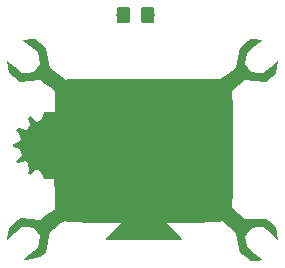
<source format=gtl>
G04 #@! TF.GenerationSoftware,KiCad,Pcbnew,5.0.2-bee76a0~70~ubuntu16.04.1*
G04 #@! TF.CreationDate,2018-12-26T17:34:20-07:00*
G04 #@! TF.ProjectId,01,30312e6b-6963-4616-945f-706362585858,rev?*
G04 #@! TF.SameCoordinates,Original*
G04 #@! TF.FileFunction,Copper,L1,Top*
G04 #@! TF.FilePolarity,Positive*
%FSLAX46Y46*%
G04 Gerber Fmt 4.6, Leading zero omitted, Abs format (unit mm)*
G04 Created by KiCad (PCBNEW 5.0.2-bee76a0~70~ubuntu16.04.1) date Wed 26 Dec 2018 17:34:20 MST*
%MOMM*%
%LPD*%
G01*
G04 APERTURE LIST*
G04 #@! TA.AperFunction,EtchedComponent*
%ADD10C,0.100000*%
G04 #@! TD*
G04 #@! TA.AperFunction,Conductor*
%ADD11C,0.100000*%
G04 #@! TD*
G04 #@! TA.AperFunction,SMDPad,CuDef*
%ADD12C,1.150000*%
G04 #@! TD*
G04 APERTURE END LIST*
D10*
G04 #@! TO.C,svg2mod*
G36*
X164690350Y-92852334D02*
X164253788Y-93196844D01*
X163793523Y-93562300D01*
X163622095Y-94395186D01*
X163434131Y-95268311D01*
X162776531Y-95807951D01*
X162070976Y-96259947D01*
X161166189Y-96245118D01*
X158878955Y-96231626D01*
X155704440Y-96222464D01*
X151726577Y-96219026D01*
X149823428Y-96230051D01*
X149259632Y-96259947D01*
X149093716Y-96309005D01*
X148729363Y-96070329D01*
X148014988Y-95554391D01*
X147664966Y-95277130D01*
X147503460Y-94423849D01*
X147342505Y-93570568D01*
X146884445Y-93211727D01*
X146426386Y-92853437D01*
X146058174Y-92878793D01*
X145529007Y-92926748D01*
X145368052Y-92949899D01*
X146022896Y-93452056D01*
X146677188Y-93954765D01*
X146784124Y-94439834D01*
X146855231Y-94994908D01*
X146324962Y-95644791D01*
X145807922Y-95694951D01*
X145366950Y-95717552D01*
X144738013Y-95185077D01*
X144096399Y-94666384D01*
X144175774Y-95207677D01*
X144268378Y-95735741D01*
X144669663Y-96070880D01*
X145137644Y-96453424D01*
X146035574Y-96423658D01*
X146866255Y-96347590D01*
X147265886Y-96643593D01*
X147919076Y-97096141D01*
X148149484Y-97340880D01*
X148105387Y-98222824D01*
X148083337Y-99016574D01*
X147626931Y-99034213D01*
X147170525Y-99051852D01*
X147091701Y-99364391D01*
X146977599Y-99713310D01*
X146753806Y-99813080D01*
X146566394Y-99877021D01*
X146312284Y-99625667D01*
X146058174Y-99374313D01*
X145932497Y-99442113D01*
X145821151Y-99546843D01*
X145977696Y-100160897D01*
X145813434Y-100356027D01*
X145659645Y-100521943D01*
X145375769Y-100445324D01*
X145052757Y-100353822D01*
X144938656Y-100471231D01*
X144863690Y-100602421D01*
X145101815Y-100822907D01*
X145259463Y-101427039D01*
X144811325Y-101671778D01*
X144573200Y-101729104D01*
X144573200Y-101856986D01*
X144573200Y-101984868D01*
X144881881Y-102070307D01*
X145190561Y-102156296D01*
X145269385Y-102399933D01*
X145348209Y-102643019D01*
X145101264Y-102903193D01*
X144854320Y-103163367D01*
X144932041Y-103268097D01*
X145023543Y-103373380D01*
X145342696Y-103265893D01*
X145647519Y-103157854D01*
X145796898Y-103327078D01*
X145890053Y-103984677D01*
X145830522Y-104195242D01*
X145934150Y-104277924D01*
X146054867Y-104359504D01*
X146246689Y-104132403D01*
X146483161Y-103890419D01*
X146763178Y-103928453D01*
X147113751Y-104432264D01*
X147158399Y-104663223D01*
X147600474Y-104669839D01*
X148070109Y-104704014D01*
X148103182Y-105981180D01*
X148109245Y-107230785D01*
X148008372Y-107301340D01*
X147387704Y-107757195D01*
X146867909Y-108141942D01*
X146073608Y-108068631D01*
X145230249Y-107994768D01*
X144727540Y-108369043D01*
X144273339Y-108743870D01*
X144176876Y-109275241D01*
X144094745Y-109821495D01*
X144738013Y-109303353D01*
X145366950Y-108770879D01*
X145825561Y-108792929D01*
X146344806Y-108846948D01*
X146855231Y-109494075D01*
X146784124Y-110049700D01*
X146677188Y-110534218D01*
X146022896Y-111036926D01*
X145420418Y-111549005D01*
X145790283Y-111588693D01*
X146888855Y-111273398D01*
X147342505Y-110918415D01*
X147503460Y-110065134D01*
X147664966Y-109211853D01*
X148014988Y-108937348D01*
X148659359Y-108447868D01*
X148953708Y-108233446D01*
X149206164Y-108308411D01*
X151602296Y-108382825D01*
X153745421Y-108412591D01*
X153555803Y-108572443D01*
X152475421Y-109767478D01*
X152397700Y-109899769D01*
X155631680Y-109899769D01*
X158865108Y-109899769D01*
X158769748Y-109725034D01*
X157659600Y-108533305D01*
X157520694Y-108409282D01*
X159668780Y-108382824D01*
X162029635Y-108316678D01*
X162241853Y-108250532D01*
X162835511Y-108722923D01*
X163455077Y-109256500D01*
X163625403Y-110111435D01*
X163793523Y-110926682D01*
X164254890Y-111293240D01*
X164692555Y-111638301D01*
X165206839Y-111595857D01*
X165732698Y-111541287D01*
X165093840Y-111031964D01*
X164423011Y-110437203D01*
X164316626Y-109942763D01*
X164229535Y-109544785D01*
X164366236Y-109340284D01*
X164653970Y-108975931D01*
X164805003Y-108816079D01*
X165276843Y-108792928D01*
X165749235Y-108770328D01*
X166382030Y-109303353D01*
X167028605Y-109822046D01*
X166945923Y-109281304D01*
X166849461Y-108754894D01*
X166462507Y-108425267D01*
X165997282Y-108042173D01*
X165087225Y-108065323D01*
X164212447Y-108109972D01*
X163149704Y-107166842D01*
X163172021Y-105728653D01*
X163188840Y-102420879D01*
X163190457Y-98503991D01*
X163145845Y-97502937D01*
X163121591Y-97203076D01*
X163703123Y-96764308D01*
X164252134Y-96347039D01*
X165085571Y-96423658D01*
X165997281Y-96446808D01*
X166462507Y-96063714D01*
X166849460Y-95734638D01*
X166945923Y-95207676D01*
X167028605Y-94666934D01*
X166380927Y-95185628D01*
X165747581Y-95718653D01*
X165276292Y-95696053D01*
X164805003Y-95673452D01*
X164653970Y-95513049D01*
X164366236Y-95148697D01*
X164229535Y-94944196D01*
X164316626Y-94546219D01*
X164423011Y-94051227D01*
X165099903Y-93451505D01*
X165756401Y-92948797D01*
X165562924Y-92925095D01*
X165029899Y-92876588D01*
X164690350Y-92852334D01*
X164690350Y-92852334D01*
G37*
G04 #@! TD*
D11*
G04 #@! TO.N,N/C*
G04 #@! TO.C,REF\002A\002A*
G36*
X156314505Y-90106204D02*
X156338773Y-90109804D01*
X156362572Y-90115765D01*
X156385671Y-90124030D01*
X156407850Y-90134520D01*
X156428893Y-90147132D01*
X156448599Y-90161747D01*
X156466777Y-90178223D01*
X156483253Y-90196401D01*
X156497868Y-90216107D01*
X156510480Y-90237150D01*
X156520970Y-90259329D01*
X156529235Y-90282428D01*
X156535196Y-90306227D01*
X156538796Y-90330495D01*
X156540000Y-90354999D01*
X156540000Y-91255001D01*
X156538796Y-91279505D01*
X156535196Y-91303773D01*
X156529235Y-91327572D01*
X156520970Y-91350671D01*
X156510480Y-91372850D01*
X156497868Y-91393893D01*
X156483253Y-91413599D01*
X156466777Y-91431777D01*
X156448599Y-91448253D01*
X156428893Y-91462868D01*
X156407850Y-91475480D01*
X156385671Y-91485970D01*
X156362572Y-91494235D01*
X156338773Y-91500196D01*
X156314505Y-91503796D01*
X156290001Y-91505000D01*
X155639999Y-91505000D01*
X155615495Y-91503796D01*
X155591227Y-91500196D01*
X155567428Y-91494235D01*
X155544329Y-91485970D01*
X155522150Y-91475480D01*
X155501107Y-91462868D01*
X155481401Y-91448253D01*
X155463223Y-91431777D01*
X155446747Y-91413599D01*
X155432132Y-91393893D01*
X155419520Y-91372850D01*
X155409030Y-91350671D01*
X155400765Y-91327572D01*
X155394804Y-91303773D01*
X155391204Y-91279505D01*
X155390000Y-91255001D01*
X155390000Y-90354999D01*
X155391204Y-90330495D01*
X155394804Y-90306227D01*
X155400765Y-90282428D01*
X155409030Y-90259329D01*
X155419520Y-90237150D01*
X155432132Y-90216107D01*
X155446747Y-90196401D01*
X155463223Y-90178223D01*
X155481401Y-90161747D01*
X155501107Y-90147132D01*
X155522150Y-90134520D01*
X155544329Y-90124030D01*
X155567428Y-90115765D01*
X155591227Y-90109804D01*
X155615495Y-90106204D01*
X155639999Y-90105000D01*
X156290001Y-90105000D01*
X156314505Y-90106204D01*
X156314505Y-90106204D01*
G37*
D12*
G04 #@! TD*
G04 #@! TO.P,REF\002A\002A,2*
G04 #@! TO.N,N/C*
X155965000Y-90805000D03*
D11*
G04 #@! TO.N,N/C*
G04 #@! TO.C,REF\002A\002A*
G36*
X154264505Y-90106204D02*
X154288773Y-90109804D01*
X154312572Y-90115765D01*
X154335671Y-90124030D01*
X154357850Y-90134520D01*
X154378893Y-90147132D01*
X154398599Y-90161747D01*
X154416777Y-90178223D01*
X154433253Y-90196401D01*
X154447868Y-90216107D01*
X154460480Y-90237150D01*
X154470970Y-90259329D01*
X154479235Y-90282428D01*
X154485196Y-90306227D01*
X154488796Y-90330495D01*
X154490000Y-90354999D01*
X154490000Y-91255001D01*
X154488796Y-91279505D01*
X154485196Y-91303773D01*
X154479235Y-91327572D01*
X154470970Y-91350671D01*
X154460480Y-91372850D01*
X154447868Y-91393893D01*
X154433253Y-91413599D01*
X154416777Y-91431777D01*
X154398599Y-91448253D01*
X154378893Y-91462868D01*
X154357850Y-91475480D01*
X154335671Y-91485970D01*
X154312572Y-91494235D01*
X154288773Y-91500196D01*
X154264505Y-91503796D01*
X154240001Y-91505000D01*
X153589999Y-91505000D01*
X153565495Y-91503796D01*
X153541227Y-91500196D01*
X153517428Y-91494235D01*
X153494329Y-91485970D01*
X153472150Y-91475480D01*
X153451107Y-91462868D01*
X153431401Y-91448253D01*
X153413223Y-91431777D01*
X153396747Y-91413599D01*
X153382132Y-91393893D01*
X153369520Y-91372850D01*
X153359030Y-91350671D01*
X153350765Y-91327572D01*
X153344804Y-91303773D01*
X153341204Y-91279505D01*
X153340000Y-91255001D01*
X153340000Y-90354999D01*
X153341204Y-90330495D01*
X153344804Y-90306227D01*
X153350765Y-90282428D01*
X153359030Y-90259329D01*
X153369520Y-90237150D01*
X153382132Y-90216107D01*
X153396747Y-90196401D01*
X153413223Y-90178223D01*
X153431401Y-90161747D01*
X153451107Y-90147132D01*
X153472150Y-90134520D01*
X153494329Y-90124030D01*
X153517428Y-90115765D01*
X153541227Y-90109804D01*
X153565495Y-90106204D01*
X153589999Y-90105000D01*
X154240001Y-90105000D01*
X154264505Y-90106204D01*
X154264505Y-90106204D01*
G37*
D12*
G04 #@! TD*
G04 #@! TO.P,REF\002A\002A,1*
G04 #@! TO.N,N/C*
X153915000Y-90805000D03*
M02*

</source>
